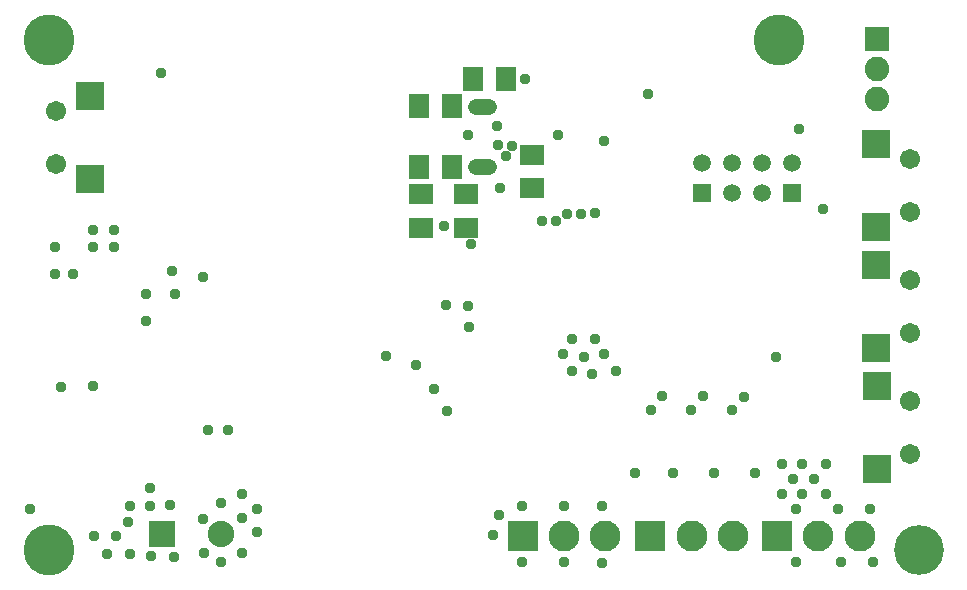
<source format=gbr>
G04 EAGLE Gerber X2 export*
%TF.Part,Single*%
%TF.FileFunction,Soldermask,Bot,1*%
%TF.FilePolarity,Negative*%
%TF.GenerationSoftware,Autodesk,EAGLE,9.1.1*%
%TF.CreationDate,2018-07-30T19:22:14Z*%
G75*
%MOMM*%
%FSLAX34Y34*%
%LPD*%
%AMOC8*
5,1,8,0,0,1.08239X$1,22.5*%
G01*
%ADD10R,2.616200X2.616200*%
%ADD11C,2.616200*%
%ADD12R,2.453200X2.453200*%
%ADD13C,1.711200*%
%ADD14R,2.235200X2.235200*%
%ADD15C,2.235200*%
%ADD16R,2.082800X2.082800*%
%ADD17C,2.082800*%
%ADD18R,1.511200X1.511200*%
%ADD19C,1.511200*%
%ADD20R,2.006200X1.803200*%
%ADD21R,2.003200X1.803200*%
%ADD22R,1.803200X2.003200*%
%ADD23C,1.320800*%
%ADD24C,0.959600*%
%ADD25C,4.219200*%
%ADD26C,4.319200*%


D10*
X541400Y40800D03*
D11*
X576400Y40800D03*
X611400Y40800D03*
D10*
X433400Y40800D03*
D11*
X468400Y40800D03*
X503400Y40800D03*
D10*
X648800Y40800D03*
D11*
X683800Y40800D03*
X718800Y40800D03*
D12*
X67100Y342900D03*
X67100Y412900D03*
D13*
X38600Y355400D03*
X38600Y400400D03*
D12*
X732600Y372400D03*
X732600Y302400D03*
D13*
X761100Y359900D03*
X761100Y314900D03*
D12*
X732800Y269600D03*
X732800Y199600D03*
D13*
X761300Y257100D03*
X761300Y212100D03*
D12*
X733100Y167200D03*
X733100Y97200D03*
D13*
X761600Y154700D03*
X761600Y109700D03*
D14*
X128400Y42500D03*
D15*
X178400Y42500D03*
D16*
X733300Y461700D03*
D17*
X733300Y436300D03*
X733300Y410900D03*
D18*
X661650Y331075D03*
X585450Y331075D03*
D19*
X636250Y331075D03*
X610850Y331075D03*
X610850Y356475D03*
X636250Y356475D03*
X661650Y356475D03*
X585450Y356475D03*
D20*
X385300Y330020D03*
X385300Y301580D03*
X347000Y330020D03*
X347000Y301580D03*
D21*
X441600Y335200D03*
X441600Y363200D03*
D22*
X419300Y427200D03*
X391300Y427200D03*
D23*
X394012Y353100D02*
X405188Y353100D01*
X405188Y403900D02*
X394012Y403900D01*
D22*
X374000Y404300D03*
X346000Y404300D03*
X373700Y353200D03*
X345700Y353200D03*
D24*
X114200Y222600D03*
X114200Y245100D03*
X139200Y245100D03*
X162600Y259600D03*
X136700Y265100D03*
X166700Y130100D03*
X134800Y66500D03*
X117700Y66100D03*
X101100Y65800D03*
X99200Y52600D03*
X81700Y25000D03*
X118700Y23200D03*
X100600Y25300D03*
X88900Y40800D03*
X184200Y130100D03*
X318000Y192700D03*
X343000Y185200D03*
X358000Y165200D03*
X369000Y146100D03*
X541900Y147600D03*
X576200Y147300D03*
X611000Y147500D03*
X137900Y22600D03*
X15900Y63600D03*
X70400Y40900D03*
X419000Y362200D03*
X463000Y380400D03*
X127600Y432600D03*
X652700Y101100D03*
X670200Y101100D03*
X690200Y101100D03*
X680200Y88600D03*
X662700Y88600D03*
X652700Y76100D03*
X670200Y76100D03*
X690200Y76100D03*
X700200Y63600D03*
X665200Y18600D03*
X702700Y18600D03*
X665200Y63600D03*
X727700Y63600D03*
X730200Y18600D03*
X485000Y192500D03*
X475000Y207500D03*
X467500Y195000D03*
X475000Y180000D03*
X492500Y177500D03*
X512500Y180000D03*
X495000Y207500D03*
X502500Y195000D03*
X117700Y81100D03*
X687500Y317500D03*
X647500Y192500D03*
X470800Y313300D03*
X551400Y158800D03*
X483100Y313500D03*
X585800Y158700D03*
X494800Y313800D03*
X620700Y158600D03*
X390000Y287500D03*
X461700Y307400D03*
X366400Y302600D03*
X450000Y307500D03*
X424600Y370600D03*
X387500Y380000D03*
X412100Y387500D03*
X412200Y371200D03*
X561000Y93900D03*
X595500Y94100D03*
X630000Y94200D03*
X387700Y217100D03*
X387100Y235600D03*
X368100Y235800D03*
X69900Y167200D03*
X528600Y93800D03*
X87500Y285000D03*
X70000Y285000D03*
X37500Y285000D03*
X37500Y262500D03*
X52500Y262500D03*
X42200Y167100D03*
X414100Y334900D03*
X539800Y414700D03*
X70000Y300000D03*
X87500Y300000D03*
X435000Y427500D03*
X667500Y385000D03*
X502500Y375000D03*
X162500Y55000D03*
X178200Y68600D03*
X195700Y56100D03*
X208200Y43600D03*
X208200Y63600D03*
X408200Y41100D03*
X413200Y58600D03*
X433200Y66100D03*
X468200Y66100D03*
X500700Y66100D03*
X500700Y17600D03*
X468200Y18600D03*
X433200Y18600D03*
X195700Y26100D03*
X178200Y18600D03*
X163200Y26100D03*
X195700Y76100D03*
D25*
X769400Y28800D03*
D26*
X32000Y28300D03*
X32000Y460800D03*
X650100Y460800D03*
M02*

</source>
